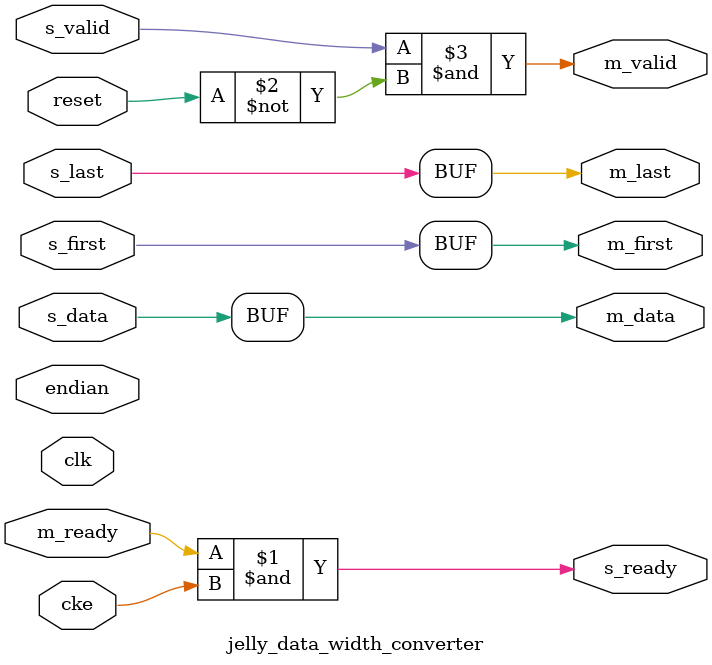
<source format=v>
module jelly_data_width_converter(	// file.cleaned.mlir:2:3
  input  reset,	// file.cleaned.mlir:2:44
         clk,	// file.cleaned.mlir:2:60
         cke,	// file.cleaned.mlir:2:74
         endian,	// file.cleaned.mlir:2:88
         s_data,	// file.cleaned.mlir:2:105
         s_first,	// file.cleaned.mlir:2:122
         s_last,	// file.cleaned.mlir:2:140
         s_valid,	// file.cleaned.mlir:2:157
         m_ready,	// file.cleaned.mlir:2:175
  output s_ready,	// file.cleaned.mlir:2:194
         m_data,	// file.cleaned.mlir:2:212
         m_first,	// file.cleaned.mlir:2:229
         m_last,	// file.cleaned.mlir:2:247
         m_valid	// file.cleaned.mlir:2:264
);

  assign s_ready = m_ready & cke;	// file.cleaned.mlir:4:10, :7:5
  assign m_data = s_data;	// file.cleaned.mlir:7:5
  assign m_first = s_first;	// file.cleaned.mlir:7:5
  assign m_last = s_last;	// file.cleaned.mlir:7:5
  assign m_valid = s_valid & ~reset;	// file.cleaned.mlir:5:10, :6:10, :7:5
endmodule


</source>
